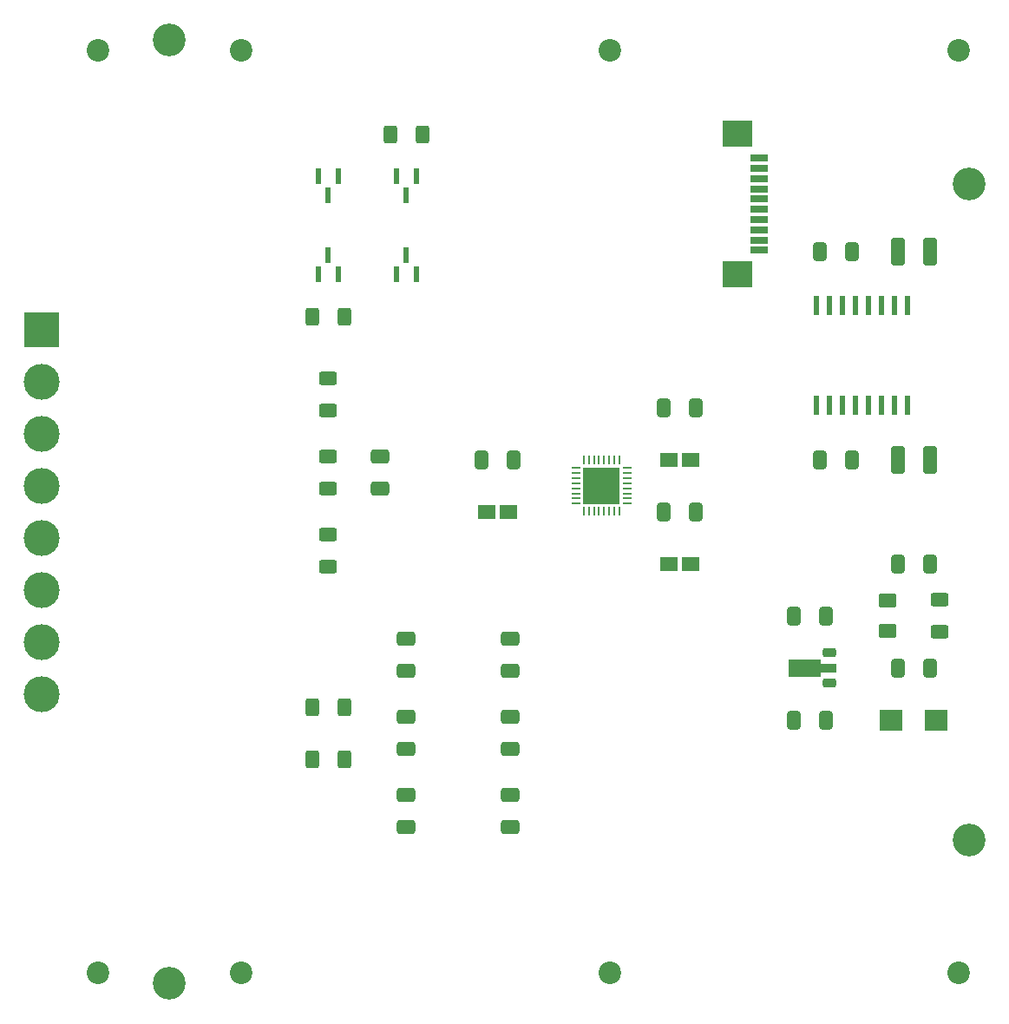
<source format=gbr>
%TF.GenerationSoftware,KiCad,Pcbnew,8.0.3-8.0.3-0~ubuntu22.04.1*%
%TF.CreationDate,2024-10-28T10:53:40+03:00*%
%TF.ProjectId,PM-AI1-W,504d2d41-4931-42d5-972e-6b696361645f,rev?*%
%TF.SameCoordinates,Original*%
%TF.FileFunction,Soldermask,Top*%
%TF.FilePolarity,Negative*%
%FSLAX46Y46*%
G04 Gerber Fmt 4.6, Leading zero omitted, Abs format (unit mm)*
G04 Created by KiCad (PCBNEW 8.0.3-8.0.3-0~ubuntu22.04.1) date 2024-10-28 10:53:40*
%MOMM*%
%LPD*%
G01*
G04 APERTURE LIST*
G04 Aperture macros list*
%AMRoundRect*
0 Rectangle with rounded corners*
0 $1 Rounding radius*
0 $2 $3 $4 $5 $6 $7 $8 $9 X,Y pos of 4 corners*
0 Add a 4 corners polygon primitive as box body*
4,1,4,$2,$3,$4,$5,$6,$7,$8,$9,$2,$3,0*
0 Add four circle primitives for the rounded corners*
1,1,$1+$1,$2,$3*
1,1,$1+$1,$4,$5*
1,1,$1+$1,$6,$7*
1,1,$1+$1,$8,$9*
0 Add four rect primitives between the rounded corners*
20,1,$1+$1,$2,$3,$4,$5,0*
20,1,$1+$1,$4,$5,$6,$7,0*
20,1,$1+$1,$6,$7,$8,$9,0*
20,1,$1+$1,$8,$9,$2,$3,0*%
%AMFreePoly0*
4,1,9,3.862500,-0.866500,0.737500,-0.866500,0.737500,-0.450000,-0.737500,-0.450000,-0.737500,0.450000,0.737500,0.450000,0.737500,0.866500,3.862500,0.866500,3.862500,-0.866500,3.862500,-0.866500,$1*%
G04 Aperture macros list end*
%ADD10R,0.609600X1.625600*%
%ADD11C,3.200000*%
%ADD12RoundRect,0.250000X-0.625000X0.400000X-0.625000X-0.400000X0.625000X-0.400000X0.625000X0.400000X0*%
%ADD13R,1.738275X1.397000*%
%ADD14RoundRect,0.250000X0.650000X-0.412500X0.650000X0.412500X-0.650000X0.412500X-0.650000X-0.412500X0*%
%ADD15RoundRect,0.250000X-0.412500X-1.100000X0.412500X-1.100000X0.412500X1.100000X-0.412500X1.100000X0*%
%ADD16R,3.500000X3.500000*%
%ADD17C,3.500000*%
%ADD18RoundRect,0.225000X0.425000X0.225000X-0.425000X0.225000X-0.425000X-0.225000X0.425000X-0.225000X0*%
%ADD19FreePoly0,180.000000*%
%ADD20RoundRect,0.250000X-0.400000X-0.625000X0.400000X-0.625000X0.400000X0.625000X-0.400000X0.625000X0*%
%ADD21RoundRect,0.250000X0.625000X-0.400000X0.625000X0.400000X-0.625000X0.400000X-0.625000X-0.400000X0*%
%ADD22C,2.200000*%
%ADD23RoundRect,0.250000X0.412500X0.650000X-0.412500X0.650000X-0.412500X-0.650000X0.412500X-0.650000X0*%
%ADD24RoundRect,0.250000X-0.412500X-0.650000X0.412500X-0.650000X0.412500X0.650000X-0.412500X0.650000X0*%
%ADD25RoundRect,0.250000X-0.650000X0.412500X-0.650000X-0.412500X0.650000X-0.412500X0.650000X0.412500X0*%
%ADD26R,0.482600X1.854200*%
%ADD27RoundRect,0.250001X-0.624999X0.462499X-0.624999X-0.462499X0.624999X-0.462499X0.624999X0.462499X0*%
%ADD28R,2.250000X2.150000*%
%ADD29R,1.803400X0.635000*%
%ADD30R,2.997200X2.590800*%
%ADD31R,0.274600X0.906400*%
%ADD32R,0.906400X0.274600*%
%ADD33R,3.650001X3.650001*%
G04 APERTURE END LIST*
D10*
%TO.C,Q1*%
X-17462500Y23134000D03*
X-15557500Y23134000D03*
X-16510000Y25028050D03*
%TD*%
D11*
%TO.C,H1*%
X-32000000Y46000000D03*
%TD*%
D12*
%TO.C,R6*%
X-16510000Y12980000D03*
X-16510000Y9880000D03*
%TD*%
D13*
%TO.C,C18*%
X16693337Y5080000D03*
X18866663Y5080000D03*
%TD*%
D14*
%TO.C,C11*%
X1270000Y-15532500D03*
X1270000Y-12407500D03*
%TD*%
D15*
%TO.C,C6*%
X39077500Y25400000D03*
X42202500Y25400000D03*
%TD*%
D10*
%TO.C,Q4*%
X-9842500Y23134000D03*
X-7937500Y23134000D03*
X-8890000Y25028050D03*
%TD*%
D12*
%TO.C,R7*%
X-16510000Y5360000D03*
X-16510000Y2260000D03*
%TD*%
D10*
%TO.C,Q2*%
X-15557500Y32746000D03*
X-17462500Y32746000D03*
X-16510000Y30851950D03*
%TD*%
D16*
%TO.C,J4*%
X-44450000Y17780000D03*
D17*
X-44450000Y12700000D03*
X-44450000Y7620000D03*
X-44450000Y2540000D03*
X-44450000Y-2540000D03*
X-44450000Y-7620000D03*
X-44450000Y-12700000D03*
X-44450000Y-17780000D03*
%TD*%
D18*
%TO.C,U4*%
X32430000Y-16740000D03*
D19*
X32342500Y-15240000D03*
D18*
X32430000Y-13740000D03*
%TD*%
D20*
%TO.C,R4*%
X-18060000Y-24130000D03*
X-14960000Y-24130000D03*
%TD*%
D21*
%TO.C,R16*%
X43180000Y-11710000D03*
X43180000Y-8610000D03*
%TD*%
D22*
%TO.C,U5*%
X-39000000Y45000000D03*
X-39000000Y-45000000D03*
X-25000000Y45000000D03*
X-25000000Y-45000000D03*
%TD*%
D23*
%TO.C,C15*%
X32042500Y-10160000D03*
X28917500Y-10160000D03*
%TD*%
D24*
%TO.C,C1*%
X-1562500Y5080000D03*
X1562500Y5080000D03*
%TD*%
D14*
%TO.C,C8*%
X-8890000Y-15532500D03*
X-8890000Y-12407500D03*
%TD*%
D25*
%TO.C,C14*%
X-11430000Y5372500D03*
X-11430000Y2247500D03*
%TD*%
D26*
%TO.C,U3*%
X40005000Y20116800D03*
X38735000Y20116800D03*
X37465000Y20116800D03*
X36195000Y20116800D03*
X34925000Y20116800D03*
X33655000Y20116800D03*
X32385000Y20116800D03*
X31115000Y20116800D03*
X31115000Y10363200D03*
X32385000Y10363200D03*
X33655000Y10363200D03*
X34925000Y10363200D03*
X36195000Y10363200D03*
X37465000Y10363200D03*
X38735000Y10363200D03*
X40005000Y10363200D03*
%TD*%
D25*
%TO.C,C10*%
X-8890000Y-27647500D03*
X-8890000Y-30772500D03*
%TD*%
D11*
%TO.C,H3*%
X46000000Y-32000000D03*
%TD*%
D23*
%TO.C,C3*%
X34582500Y5080000D03*
X31457500Y5080000D03*
%TD*%
D24*
%TO.C,C19*%
X16217500Y10160000D03*
X19342500Y10160000D03*
%TD*%
D11*
%TO.C,H2*%
X46000000Y32000000D03*
%TD*%
D25*
%TO.C,C9*%
X-8890000Y-20027500D03*
X-8890000Y-23152500D03*
%TD*%
D27*
%TO.C,L1*%
X38100000Y-8672500D03*
X38100000Y-11647500D03*
%TD*%
D20*
%TO.C,R9*%
X-18060000Y19050000D03*
X-14960000Y19050000D03*
%TD*%
D10*
%TO.C,Q7*%
X-7937500Y32746000D03*
X-9842500Y32746000D03*
X-8890000Y30851950D03*
%TD*%
D20*
%TO.C,R10*%
X-10440000Y36830000D03*
X-7340000Y36830000D03*
%TD*%
D28*
%TO.C,D1*%
X38440000Y-20320000D03*
X42840000Y-20320000D03*
%TD*%
D29*
%TO.C,J2*%
X25556000Y34499991D03*
X25556000Y33499993D03*
X25556000Y32499995D03*
X25556000Y31499997D03*
X25556000Y30499999D03*
X25556000Y29500001D03*
X25556000Y28500003D03*
X25556000Y27500005D03*
X25556000Y26500007D03*
X25556000Y25500009D03*
D30*
X23385999Y36850002D03*
X23385999Y23149998D03*
%TD*%
D23*
%TO.C,C7*%
X32042500Y-20320000D03*
X28917500Y-20320000D03*
%TD*%
D24*
%TO.C,C21*%
X39077500Y-15240000D03*
X42202500Y-15240000D03*
%TD*%
D11*
%TO.C,H4*%
X-32000000Y-46000000D03*
%TD*%
D22*
%TO.C,U2*%
X11000000Y45000000D03*
X11000000Y-45000000D03*
X45000000Y45000000D03*
X45000000Y-45000000D03*
%TD*%
D25*
%TO.C,C12*%
X1270000Y-20027500D03*
X1270000Y-23152500D03*
%TD*%
%TO.C,C13*%
X1270000Y-27647500D03*
X1270000Y-30772500D03*
%TD*%
D20*
%TO.C,R3*%
X-18060000Y-19050000D03*
X-14960000Y-19050000D03*
%TD*%
D15*
%TO.C,C4*%
X39077500Y5080000D03*
X42202500Y5080000D03*
%TD*%
D24*
%TO.C,C16*%
X16217500Y0D03*
X19342500Y0D03*
%TD*%
D12*
%TO.C,R8*%
X-16510000Y-2260000D03*
X-16510000Y-5360000D03*
%TD*%
D31*
%TO.C,U1*%
X11909999Y5043200D03*
X11410000Y5043200D03*
X10910001Y5043200D03*
X10410000Y5043200D03*
X9910000Y5043200D03*
X9409999Y5043200D03*
X8910000Y5043200D03*
X8410001Y5043200D03*
D32*
X7656800Y4289999D03*
X7656800Y3790000D03*
X7656800Y3290001D03*
X7656800Y2790000D03*
X7656800Y2290000D03*
X7656800Y1789999D03*
X7656800Y1290000D03*
X7656800Y790001D03*
D31*
X8410001Y36800D03*
X8910000Y36800D03*
X9409999Y36800D03*
X9910000Y36800D03*
X10410000Y36800D03*
X10910001Y36800D03*
X11410000Y36800D03*
X11909999Y36800D03*
D32*
X12663200Y790001D03*
X12663200Y1290000D03*
X12663200Y1789999D03*
X12663200Y2290000D03*
X12663200Y2790000D03*
X12663200Y3290001D03*
X12663200Y3790000D03*
X12663200Y4289999D03*
D33*
X10160000Y2540000D03*
%TD*%
D23*
%TO.C,C5*%
X34582500Y25400000D03*
X31457500Y25400000D03*
%TD*%
D13*
%TO.C,C17*%
X16693337Y-5080000D03*
X18866663Y-5080000D03*
%TD*%
D24*
%TO.C,C20*%
X39077500Y-5080000D03*
X42202500Y-5080000D03*
%TD*%
D13*
%TO.C,C2*%
X1086663Y0D03*
X-1086663Y0D03*
%TD*%
M02*

</source>
